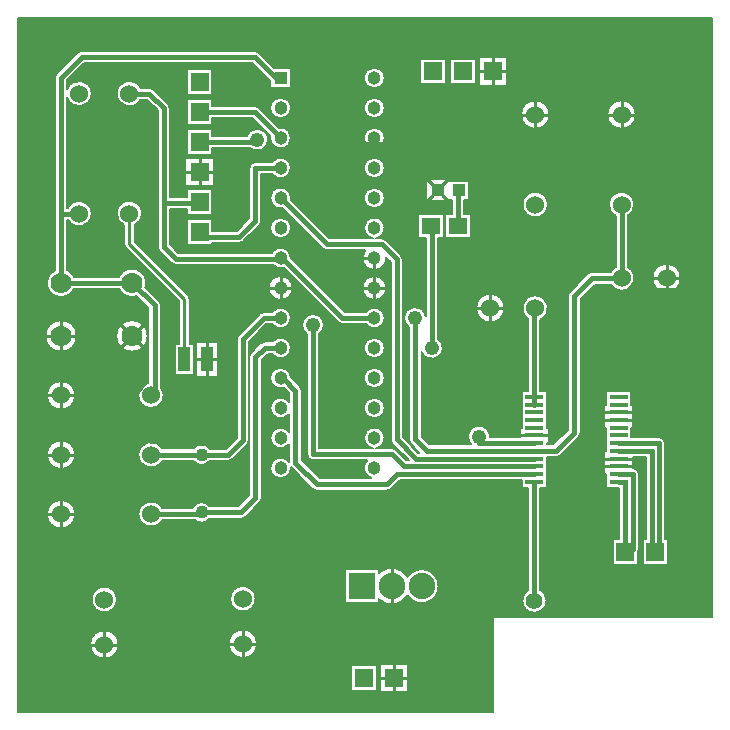
<source format=gbr>
G04 EasyPC Gerber Version 21.0.3 Build 4286 *
G04 #@! TF.Part,Single*
G04 #@! TF.FileFunction,Copper,L1,Top *
G04 #@! TF.FilePolarity,Positive *
%FSLAX35Y35*%
%MOIN*%
G04 #@! TA.AperFunction,ComponentPad*
%ADD74R,0.04000X0.08000*%
%ADD72R,0.04461X0.04461*%
%ADD17R,0.06000X0.06000*%
%ADD102R,0.08799X0.08799*%
G04 #@! TD.AperFunction*
%ADD11C,0.00500*%
%ADD12C,0.01000*%
%ADD78C,0.01500*%
G04 #@! TA.AperFunction,ComponentPad*
%ADD75C,0.04331*%
%ADD73C,0.04461*%
G04 #@! TA.AperFunction,ViaPad*
%ADD80C,0.04800*%
%ADD79C,0.05600*%
G04 #@! TA.AperFunction,WasherPad*
%ADD15C,0.06000*%
G04 #@! TA.AperFunction,ComponentPad*
%ADD76C,0.07000*%
%ADD103C,0.08799*%
G04 #@! TA.AperFunction,SMDPad*
%ADD77R,0.06004X0.01772*%
%ADD108R,0.04291X0.03937*%
%ADD109R,0.06000X0.05500*%
X0Y0D02*
D02*
D11*
X2750Y233951D02*
Y2750D01*
X161050*
Y34450*
X233951*
Y233951*
X2750*
X11800Y128050D02*
G75*
G02X22300I5250D01*
G01*
G75*
G02X11800I-5250*
G01*
X12300Y68650D02*
G75*
G02X21800I4750D01*
G01*
G75*
G02X12300I-4750*
G01*
Y88450D02*
G75*
G02X21800I4750D01*
G01*
G75*
G02X12300I-4750*
G01*
Y108250D02*
G75*
G02X21800I4750D01*
G01*
G75*
G02X12300I-4750*
G01*
X87949Y217530D02*
X93703D01*
Y210569*
X86742*
Y213080*
X80722Y219100*
X24778*
X19050Y213372*
Y210286*
G75*
G02X27300Y208850I4000J-1436*
G01*
G75*
G02X19050Y207414I-4250*
G01*
Y170850*
X19300*
G75*
G02X27300Y168850I3750J-2000*
G01*
G75*
G02X19300Y166850I-4250*
G01*
X19050*
Y150075*
G75*
G02X21358Y147767I-2000J-4308*
G01*
X36364*
G75*
G02X45196Y144318I4308J-2000*
G01*
X49769Y139782*
G75*
G02X50407Y138250I-1520J-1532*
G01*
Y110856*
G75*
G02X47050Y104000I-3357J-2606*
G01*
G75*
G02X46093Y112391J4250*
G01*
Y137351*
X42157Y141255*
G75*
G02X36364Y143767I-1485J4512*
G01*
X21358*
G75*
G02X12300Y145767I-4308J2000*
G01*
G75*
G02X15050Y150075I4750*
G01*
Y214200*
G75*
G02X15637Y215616I2000*
G01*
X22534Y222513*
G75*
G02X23950Y223100I1416J-1413*
G01*
X81550*
G75*
G02X82966Y222513J-2000*
G01*
X87949Y217530*
X86744Y204050D02*
G75*
G02X93704I3480D01*
G01*
G75*
G02X86744I-3480*
G01*
X59900Y125500D02*
X61400D01*
Y115000*
X54900*
Y125500*
X56400*
Y139625*
X38613Y157413*
G75*
G02X38100Y158650I1237J1237*
G01*
Y164977*
G75*
G02X35600Y168850I1750J3873*
G01*
G75*
G02X44100I4250*
G01*
G75*
G02X41600Y164977I-4250*
G01*
Y159375*
X59387Y141587*
G75*
G02X59900Y140350I-1237J-1237*
G01*
Y125500*
X118628Y136050D02*
G75*
G02X124956Y134050I2848J-2000D01*
G01*
G75*
G02X118628Y132050I-3480J0*
G01*
X110850*
G75*
G02X109434Y132637J2000*
G01*
X91324Y150748*
G75*
G02X87527Y151850I-1100J3302*
G01*
X55250*
G75*
G02X53836Y152436J2000*
G01*
X49837Y156434*
G75*
G02X49250Y157850I1413J1416*
G01*
Y203222*
X45622Y206850*
X43600*
G75*
G02X35600Y208850I-3750J2000*
G01*
G75*
G02X43600Y210850I4250*
G01*
X46450*
G75*
G02X47866Y210263J-2000*
G01*
X52663Y205466*
G75*
G02X53250Y204050I-1413J-1416*
G01*
Y174450*
X59000*
Y176900*
X67500*
Y168400*
X59000*
Y170450*
X53250*
Y158678*
X56078Y155850*
X87245*
G75*
G02X93704Y154050I2979J-1800*
G01*
G75*
G02Y154024I-3511J-13*
G01*
X111678Y136050*
X118628*
X87376Y186050D02*
G75*
G02X93704Y184050I2848J-2000D01*
G01*
G75*
G02X87376Y182050I-3480J0*
G01*
X83850*
Y166450*
G75*
G02X83263Y165034I-2000*
G01*
X77866Y159637*
G75*
G02X76450Y159050I-1416J1413*
G01*
X67500*
Y158400*
X59000*
Y166900*
X67500*
Y163050*
X75622*
X79850Y167278*
Y184050*
G75*
G02X81850Y186050I2000*
G01*
X87376*
X86744Y164050D02*
G75*
G02X93704I3480D01*
G01*
G75*
G02X86744I-3480*
G01*
X199624Y171850D02*
G75*
G02X208124I4250D01*
G01*
G75*
G02X205874Y168100I-4250*
G01*
Y151100*
G75*
G02X203874Y143100I-2000J-3750*
G01*
G75*
G02X200212Y145193J4250*
G01*
X195046*
X190231Y140359*
Y95850*
G75*
G02X189609Y94335I-2157J0*
G01*
X183611Y88248*
G75*
G02X182074Y87604I-1538J1513*
G01*
X179100*
Y77388*
X176850*
Y43372*
G75*
G02X178900Y39850I-2000J-3522*
G01*
G75*
G02X170800I-4050*
G01*
G75*
G02X172850Y43372I4050*
G01*
Y77388*
X170596*
Y79927*
X130013*
X127042Y77052*
G75*
G02X125539Y76443I-1502J1548*
G01*
X102361*
G75*
G02X100832Y77074I-4J2158*
G01*
X93701Y84206*
G75*
G02X93704Y84050I-3478J-157*
G01*
G75*
G02X86744I-3480*
G01*
G75*
G02X92966Y86193I3480*
G01*
Y91907*
G75*
G02X86744Y94050I-2742J2143*
G01*
G75*
G02X92966Y96193I3480*
G01*
Y101907*
G75*
G02X86744Y104050I-2742J2143*
G01*
G75*
G02X92966Y106193I3480*
G01*
Y108956*
X91210Y110712*
G75*
G02X86744Y114050I-986J3338*
G01*
G75*
G02X93693Y114332I3480*
G01*
X96649Y111376*
G75*
G02X97281Y109850I-1526J-1526*
G01*
G75*
G02Y109849I-683J0*
G01*
G75*
G02Y109846I-798J-1*
G01*
Y86728*
X103252Y80757*
X120348*
G75*
G02X119108Y86600I1128J3293*
G01*
X101049*
G75*
G02X99049Y88600J2000*
G01*
Y128597*
G75*
G02X97400Y131650I2001J3053*
G01*
G75*
G02X104700I3650*
G01*
G75*
G02X103049Y128596I-3650*
G01*
Y90600*
X121015*
G75*
G02X121476Y97530I461J3450*
G01*
G75*
G02X121937Y90600J-3480*
G01*
X127417*
G75*
G02X128833Y90013J-2000*
G01*
X132202Y86644*
X133002*
X127461Y92184*
G75*
G02X126874Y93600I1413J1416*
G01*
Y152772*
X125454Y154191*
G75*
G02X125456Y154050I-3976J-137*
G01*
G75*
G02X117496I-3980*
G01*
G75*
G02X118420Y156600I3980*
G01*
X105674*
G75*
G02X104258Y157187J2000*
G01*
X90824Y170622*
G75*
G02X90224Y170570I-599J3430*
G01*
G75*
G02Y177530J3480*
G01*
G75*
G02X93704Y174050J-3480*
G01*
G75*
G02X93652Y173450I-3481J-1*
G01*
X106502Y160600*
X121018*
G75*
G02X121476Y167530I458J3450*
G01*
G75*
G02X121934Y160600J-3480*
G01*
X123874*
G75*
G02X125289Y160013J-2000*
G01*
X130286Y155016*
G75*
G02X130874Y153600I-1413J-1416*
G01*
Y94428*
X136100Y89202*
X136404*
X133581Y92091*
G75*
G02X132966Y93600I1543J1509*
G01*
Y131043*
G75*
G02X131385Y134050I2069J3007*
G01*
G75*
G02X138650Y134555I3650*
G01*
Y160652*
X136100*
Y168652*
X144600*
Y160652*
X142650*
Y127103*
G75*
G02X144300Y124050I-2000J-3053*
G01*
G75*
G02X137281Y122645I-3650*
G01*
Y94479*
X139782Y91919*
X153744*
G75*
G02X152724Y94450I2630J2531*
G01*
G75*
G02X160024I3650*
G01*
G75*
G02X160021Y94320I-3651J2*
G01*
X170096*
Y97514*
X170596*
Y109809*
X172850*
Y133759*
G75*
G02X175124Y141600I2274J3591*
G01*
G75*
G02X176850Y133467J-4250*
G01*
Y109809*
X179100*
Y97514*
X179600*
Y92242*
X179100*
Y91919*
X181171*
X185916Y96734*
Y141250*
G75*
G02X186545Y142772I2157J0*
G01*
X192622Y148872*
G75*
G02X194152Y149507I1529J-1522*
G01*
X200212*
G75*
G02X201874Y151100I3662J-2158*
G01*
Y168100*
G75*
G02X199624Y171850I2000J3750*
G01*
X218374Y60348D02*
X219372D01*
Y51848*
X210872*
Y60348*
X211874*
Y87761*
X207648*
Y84085*
G75*
G02X209624Y82085I-24J-2000*
G01*
Y57076*
G75*
G02X209372Y56105I-2000*
G01*
Y51848*
X200872*
Y60348*
X203124*
Y77388*
X198644*
Y82006*
X198144*
Y89837*
X198644*
Y97360*
X198144*
Y105191*
X198644*
Y109809*
X207148*
Y105191*
X207648*
Y97360*
X207148*
Y94320*
X216374*
G75*
G02X218374Y92320J-2000*
G01*
Y60348*
X132545Y47778D02*
G75*
G02X142900Y44650I4705J-3128D01*
G01*
G75*
G02X132545Y41522I-5650*
G01*
G75*
G02X122900Y40304I-5295J3128*
G01*
Y39002*
X111600*
Y50301*
X122900*
Y48996*
G75*
G02X132545Y47778I4350J-4346*
G01*
X123301Y18801D02*
X132801D01*
Y9301*
X123301*
Y18801*
X113801Y18301D02*
X122301D01*
Y9801*
X113801*
Y18301*
X117496Y144050D02*
G75*
G02X125456I3980D01*
G01*
G75*
G02X117496I-3980*
G01*
X117996Y104050D02*
G75*
G02X124956I3480D01*
G01*
G75*
G02X117996I-3480*
G01*
Y114050D02*
G75*
G02X124956I3480D01*
G01*
G75*
G02X117996I-3480*
G01*
Y124050D02*
G75*
G02X124956I3480D01*
G01*
G75*
G02X117996I-3480*
G01*
X61900Y126000D02*
X69400D01*
Y114500*
X61900*
Y126000*
X86244Y144050D02*
G75*
G02X94204I3980D01*
G01*
G75*
G02X86244I-3980*
G01*
X58500Y187400D02*
X68000D01*
Y177900*
X58500*
Y187400*
X79003Y194650D02*
G75*
G02X86100Y193450I3447J-1200D01*
G01*
G75*
G02X80109Y190650I-3650*
G01*
X67500*
Y188400*
X59000*
Y196900*
X67500*
Y194650*
X79003*
X90224Y197530D02*
G75*
G02Y190570J-3480D01*
G01*
G75*
G02X86744Y194050J3480*
G01*
G75*
G02X86796Y194650I3481J1*
G01*
X80796Y200650*
X67500*
Y198400*
X59000*
Y206900*
X67500*
Y204650*
X81624*
G75*
G02X83040Y204063J-2000*
G01*
X89624Y197478*
G75*
G02X90224Y197530I599J-3430*
G01*
X59000Y216900D02*
X67500D01*
Y208400*
X59000*
Y216900*
X26724Y25200D02*
G75*
G02X36224I4750D01*
G01*
G75*
G02X26724I-4750*
G01*
X27224Y40200D02*
G75*
G02X35724I4250D01*
G01*
G75*
G02X27224I-4250*
G01*
X35422Y128050D02*
G75*
G02X45922I5250D01*
G01*
G75*
G02X35422I-5250*
G01*
X87493Y126207D02*
G75*
G02X93704Y124050I2731J-2157D01*
G01*
G75*
G02X87493Y121893I-3480J0*
G01*
X85920*
X84007Y119980*
Y74074*
G75*
G02X83376Y72549I-2157J0*
G01*
X78553Y67719*
G75*
G02X77025Y67086I-1527J1524*
G01*
X66521*
G75*
G02X61652Y66650I-2648J2157*
G01*
X50800*
G75*
G02X42800Y68650I-3750J2000*
G01*
G75*
G02X50800Y70650I4250*
G01*
X60761*
G75*
G02X66521Y71401I3112J-1406*
G01*
X76132*
X79693Y74967*
Y120874*
G75*
G02X80327Y122402I2157*
G01*
X83498Y125573*
G75*
G02X85026Y126207I1528J-1523*
G01*
X87493*
X72900Y25450D02*
G75*
G02X82400I4750D01*
G01*
G75*
G02X72900I-4750*
G01*
X73400Y40450D02*
G75*
G02X81900I4250D01*
G01*
G75*
G02X73400I-4250*
G01*
X87376Y136050D02*
G75*
G02X93704Y134050I2848J-2000D01*
G01*
G75*
G02X87376Y132050I-3480J0*
G01*
X85505*
X79650Y126195*
Y93256*
G75*
G02X79063Y91841I-2000*
G01*
X74266Y87044*
G75*
G02X72850Y86456I-1416J1413*
G01*
X66642*
G75*
G02X61231Y86293I-2769J2000*
G01*
X50712*
G75*
G02X42800Y88450I-3662J2157*
G01*
G75*
G02X50712Y90607I4250J0*
G01*
X61221*
G75*
G02X66642Y90456I2653J-2151*
G01*
X72022*
X75650Y94085*
Y127024*
G75*
G02X76237Y128439I2000*
G01*
X83261Y135463*
G75*
G02X84676Y136050I1416J-1413*
G01*
X87376*
X117996Y174050D02*
G75*
G02X124956I3480D01*
G01*
G75*
G02X117996I-3480*
G01*
Y184050D02*
G75*
G02X124956I3480D01*
G01*
G75*
G02X117996I-3480*
G01*
Y194050D02*
G75*
G02X124956I3480D01*
G01*
G75*
G02X117996I-3480*
G01*
Y204050D02*
G75*
G02X124956I3480D01*
G01*
G75*
G02X117996I-3480*
G01*
Y214050D02*
G75*
G02X124956I3480D01*
G01*
G75*
G02X117996I-3480*
G01*
X136801Y220500D02*
X145301D01*
Y212000*
X136801*
Y220500*
X151350Y168652D02*
X153600D01*
Y160652*
X145100*
Y168652*
X147350*
Y173431*
X146447*
Y172931*
X138656*
Y180368*
X146447*
Y179868*
X152947*
Y173431*
X151350*
Y168652*
X146801Y220500D02*
X155301D01*
Y212000*
X146801*
Y220500*
X155374Y137350D02*
G75*
G02X164874I4750D01*
G01*
G75*
G02X155374I-4750*
G01*
X156301Y221000D02*
X165801D01*
Y211500*
X156301*
Y221000*
X170374Y201850D02*
G75*
G02X179874I4750D01*
G01*
G75*
G02X170374I-4750*
G01*
X170874Y171850D02*
G75*
G02X179374I4250D01*
G01*
G75*
G02X170874I-4250*
G01*
X199124Y201850D02*
G75*
G02X208624I4750D01*
G01*
G75*
G02X199124I-4750*
G01*
X214124Y147350D02*
G75*
G02X223624I4750D01*
G01*
G75*
G02X214124I-4750*
G01*
X161050Y14051D02*
G36*
X132801D01*
Y9301*
X123301*
Y14051*
X122301*
Y9801*
X113801*
Y14051*
X3000*
Y3000*
X161050*
Y14051*
G37*
Y25200D02*
G36*
X82393D01*
G75*
G02X72907I-4743J250*
G01*
X36224*
G75*
G02X26724I-4750*
G01*
X3000*
Y14051*
X113801*
Y18301*
X122301*
Y14051*
X123301*
Y18801*
X132801*
Y14051*
X161050*
Y25200*
G37*
X233701Y34450D02*
G36*
Y40200D01*
X178885*
G75*
G02X178900Y39850I-4036J-352*
G01*
G75*
G02X170800I-4050*
G01*
G75*
G02X170815Y40200I4052J-2*
G01*
X140731*
G75*
G02X133769I-3481J4450*
G01*
X131494*
G75*
G02X123006I-4244J4450*
G01*
X122900*
Y39002*
X111600*
Y40200*
X81893*
G75*
G02X73407I-4243J250*
G01*
X35724*
G75*
G02X27224I-4250*
G01*
X3000*
Y25200*
X26724*
G75*
G02X36224I4750*
G01*
X72907*
G75*
G02X72900Y25450I4745J252*
G01*
G75*
G02X82400I4750*
G01*
G75*
G02X82393Y25200I-4752J2*
G01*
X161050*
Y34450*
X233701*
G37*
X73407Y40200D02*
G36*
G75*
G02X73400Y40450I4243J252D01*
G01*
G75*
G02X77000Y44650I4250*
G01*
X3000*
Y40200*
X27224*
G75*
G02X35724I4250*
G01*
X73407*
G37*
X111600Y44650D02*
G36*
X78300D01*
G75*
G02X81900Y40450I-650J-4200*
G01*
G75*
G02X81893Y40200I-4250J2*
G01*
X111600*
Y44650*
G37*
X123006Y40200D02*
G36*
G75*
G02X122900Y40304I4246J4448D01*
G01*
Y40200*
X123006*
G37*
X133769D02*
G36*
G75*
G02X132545Y41522I3481J4451D01*
G01*
G75*
G02X131494Y40200I-5295J3127*
G01*
X133769*
G37*
X170815D02*
G36*
G75*
G02X172850Y43372I4036J-350D01*
G01*
Y44650*
X142900*
G75*
G02X140731Y40200I-5650*
G01*
X170815*
G37*
X178885D02*
G36*
X233701D01*
Y44650*
X176850*
Y43372*
G75*
G02X178885Y40200I-2001J-3522*
G01*
G37*
X172850Y68650D02*
G36*
X79482D01*
X78553Y67719*
G75*
G02X77025Y67086I-1528J1527*
G01*
X66521*
G75*
G02X61652Y66650I-2648J2158*
G01*
X50800*
G75*
G02X42800Y68650I-3750J2000*
G01*
X21800*
G75*
G02X12300I-4750*
G01*
X3000*
Y44650*
X77000*
G75*
G02X78300I650J-4200*
G01*
X111600*
Y50301*
X122900*
Y48996*
G75*
G02X132545Y47778I4350J-4346*
G01*
G75*
G02X142900Y44650I4705J-3128*
G01*
X172850*
Y68650*
G37*
X218374D02*
G36*
Y60348D01*
X219372*
Y51848*
X210872*
Y60348*
X211874*
Y68650*
X209624*
Y57076*
G75*
G02X209372Y56105I-2004J1*
G01*
Y51848*
X200872*
Y60348*
X203124*
Y68650*
X176850*
Y44650*
X233701*
Y68650*
X218374*
G37*
X79693Y88450D02*
G36*
X75672D01*
X74266Y87044*
G75*
G02X72850Y86456I-1416J1413*
G01*
X66642*
G75*
G02X61231Y86293I-2769J2000*
G01*
X50712*
G75*
G02X42800Y88450I-3662J2157*
G01*
X21800*
G75*
G02X12300I-4750*
G01*
X3000*
Y68650*
X12300*
G75*
G02X21800I4750*
G01*
X42800*
G75*
G02X50800Y70650I4250*
G01*
X60761*
G75*
G02X66521Y71401I3112J-1406*
G01*
X76132*
X79693Y74967*
Y88450*
G37*
X172850Y68650D02*
G36*
Y77388D01*
X170596*
Y79927*
X130013*
X127042Y77052*
G75*
G02X125539Y76443I-1502J1546*
G01*
X102361*
G75*
G02X100832Y77074I-4J2156*
G01*
X93701Y84206*
G75*
G02X93704Y84058I-3085J-148*
G01*
G75*
G02Y84050I-3133J-4*
G01*
G75*
G02X86744I-3480*
G01*
G75*
G02X92966Y86193I3480*
G01*
Y88450*
X84007*
Y74074*
G75*
G02X83376Y72549I-2159J1*
G01*
X79482Y68650*
X172850*
G37*
X99055Y88450D02*
G36*
X97281D01*
Y86728*
X103252Y80757*
X120348*
G75*
G02X117996Y84050I1128J3293*
G01*
G75*
G02X119108Y86600I3481*
G01*
X101049*
G75*
G02X99055Y88450J2000*
G01*
G37*
X131195D02*
G36*
X130396D01*
X132202Y86644*
X133002*
X131195Y88450*
G37*
X198144D02*
G36*
X183810D01*
X183611Y88248*
G75*
G02X182074Y87604I-1538J1513*
G01*
X179100*
Y77388*
X176850*
Y68650*
X203124*
Y77388*
X198644*
Y82006*
X198144*
Y88450*
G37*
X211874Y68650D02*
G36*
Y87761D01*
X207648*
Y84085*
G75*
G02X209624Y82085I-24J-2000*
G01*
Y68650*
X211874*
G37*
X218374Y88450D02*
G36*
Y68650D01*
X233701*
Y88450*
X218374*
G37*
X75650Y104050D02*
G36*
X47700D01*
G75*
G02X47050Y104000I-650J4200*
G01*
G75*
G02X46400Y104050J4251*
G01*
X19269*
G75*
G02X14831I-2219J4200*
G01*
X3000*
Y88450*
X12300*
G75*
G02X21800I4750*
G01*
X42800*
G75*
G02X50712Y90607I4250J0*
G01*
X61221*
G75*
G02X66642Y90456I2653J-2151*
G01*
X72022*
X75650Y94085*
Y104050*
G37*
X79693D02*
G36*
X79650D01*
Y93256*
G75*
G02X79063Y91841I-2000*
G01*
X75672Y88450*
X79693*
Y104050*
G37*
X86744D02*
G36*
X84007D01*
Y88450*
X92966*
Y91907*
G75*
G02X86744Y94050I-2742J2143*
G01*
G75*
G02X92966Y96193I3480*
G01*
Y101907*
G75*
G02X86744Y104050I-2742J2143*
G01*
G37*
X99055Y88450D02*
G36*
G75*
G02X99049Y88600I1994J148D01*
G01*
Y104050*
X97281*
Y88450*
X99055*
G37*
X131195D02*
G36*
X127461Y92184D01*
G75*
G02X126874Y93600I1413J1416*
G01*
Y104050*
X124956*
G75*
G02X117996I-3480*
G01*
X103049*
Y90600*
X121015*
G75*
G02X117995Y94050I461J3450*
G01*
G75*
G02X121476Y97530I3481*
G01*
G75*
G02X124956Y94050J-3480*
G01*
G75*
G02X121937Y90600I-3480*
G01*
X127417*
G75*
G02X128833Y90013J-2000*
G01*
X130396Y88450*
X131195*
G37*
X132966Y104050D02*
G36*
X130874D01*
Y94428*
X136100Y89202*
X136404*
X133581Y92091*
G75*
G02X132966Y93600I1543J1509*
G01*
Y104050*
G37*
X170596D02*
G36*
X137281D01*
Y94479*
X139782Y91919*
X153744*
G75*
G02X152724Y94450I2629J2531*
G01*
Y94450*
G75*
G02X160024I3650*
G01*
G75*
G02X160021Y94320I-5379J33*
G01*
X170096*
Y97514*
X170596*
Y104050*
G37*
X185916D02*
G36*
X179100D01*
Y97514*
X179600*
Y92242*
X179100*
Y91919*
X181171*
X185916Y96734*
Y104050*
G37*
X198144Y88450D02*
G36*
Y89837D01*
X198644*
Y97360*
X198144*
Y104050*
X190231*
Y95850*
Y95850*
G75*
G02X189609Y94335I-2156*
G01*
X183810Y88450*
X198144*
G37*
X218374D02*
G36*
X233701D01*
Y104050*
X207648*
Y97360*
X207148*
Y94320*
X216374*
G75*
G02X218374Y92320J-2000*
G01*
Y88450*
G37*
X12300Y108250D02*
G36*
X3000D01*
Y104050*
X14831*
G75*
G02X12300Y108250I2219J4200*
G01*
G37*
X42800D02*
G36*
X21800D01*
G75*
G02X19269Y104050I-4750*
G01*
X46400*
G75*
G02X42800Y108250I650J4200*
G01*
G37*
X75650D02*
G36*
X51300D01*
G75*
G02X47700Y104050I-4250*
G01*
X75650*
Y108250*
G37*
X79693D02*
G36*
X79650D01*
Y104050*
X79693*
Y108250*
G37*
X92966D02*
G36*
X84007D01*
Y104050*
X86744*
G75*
G02X92966Y106193I3480*
G01*
Y108250*
G37*
X126874D02*
G36*
X103049D01*
Y104050*
X117996*
G75*
G02X124956I3480*
G01*
X126874*
Y108250*
G37*
X99049D02*
G36*
X97281D01*
Y104050*
X99049*
Y108250*
G37*
X132966D02*
G36*
X130874D01*
Y104050*
X132966*
Y108250*
G37*
X170596D02*
G36*
X137281D01*
Y104050*
X170596*
Y108250*
G37*
X185916D02*
G36*
X179100D01*
Y104050*
X185916*
Y108250*
G37*
X198144Y104050D02*
G36*
Y105191D01*
X198644*
Y108250*
X190231*
Y104050*
X198144*
G37*
X207648D02*
G36*
X233701D01*
Y108250*
X207148*
Y105191*
X207648*
Y104050*
G37*
X42800Y108250D02*
G36*
G75*
G02X46093Y112391I4250J0D01*
G01*
Y114050*
X3000*
Y108250*
X12300*
G75*
G02X21800I4750*
G01*
X42800*
G37*
X75650Y114050D02*
G36*
X50407D01*
Y110856*
G75*
G02X51300Y108250I-3358J-2605*
G01*
X75650*
Y114050*
G37*
X79693D02*
G36*
X79650D01*
Y108250*
X79693*
Y114050*
G37*
X92966Y108250D02*
G36*
Y108956D01*
X91210Y110712*
G75*
G02X86744Y114050I-987J3337*
G01*
Y114050*
X84007*
Y108250*
X92966*
G37*
X126874Y114050D02*
G36*
X124956D01*
G75*
G02X117996I-3480*
G01*
X103049*
Y108250*
X126874*
Y114050*
G37*
X99049D02*
G36*
X93975D01*
X96649Y111376*
G75*
G02X97281Y109850I-1526J-1526*
G01*
Y109849*
Y109846*
Y108250*
X99049*
Y114050*
G37*
X132966D02*
G36*
X130874D01*
Y108250*
X132966*
Y114050*
G37*
X170596Y108250D02*
G36*
Y109809D01*
X172850*
Y114050*
X137281*
Y108250*
X170596*
G37*
X185916Y114050D02*
G36*
X176850D01*
Y109809*
X179100*
Y108250*
X185916*
Y114050*
G37*
X207148Y108250D02*
G36*
X233701D01*
Y114050*
X190231*
Y108250*
X198644*
Y109809*
X207148*
Y108250*
G37*
X46093Y124050D02*
G36*
X44072D01*
G75*
G02X37272I-3400J4000*
G01*
X20450*
G75*
G02X13650I-3400J4000*
G01*
X3000*
Y114050*
X46093*
Y124050*
G37*
X75650D02*
G36*
X69400D01*
Y114500*
X61900*
Y124050*
X61400*
Y115000*
X54900*
Y124050*
X50407*
Y114050*
X75650*
Y124050*
G37*
X81975D02*
G36*
X79650D01*
Y114050*
X79693*
Y120874*
G75*
G02X80327Y122402I2159J0*
G01*
X81975Y124050*
G37*
X99049D02*
G36*
X93704D01*
G75*
G02X87493Y121893I-3481J0*
G01*
X85920*
X84007Y119980*
Y114050*
X86744*
G75*
G02X93693Y114332I3480*
G01*
X93975Y114050*
X99049*
Y124050*
G37*
X126874D02*
G36*
X124956D01*
G75*
G02X117996I-3480*
G01*
X103049*
Y114050*
X117996*
G75*
G02X124956I3480*
G01*
X126874*
Y124050*
G37*
X132966D02*
G36*
X130874D01*
Y114050*
X132966*
Y124050*
G37*
X172850D02*
G36*
X144300D01*
G75*
G02X137281Y122645I-3650*
G01*
Y114050*
X172850*
Y124050*
G37*
X185916D02*
G36*
X176850D01*
Y114050*
X185916*
Y124050*
G37*
X190231D02*
G36*
Y114050D01*
X233701*
Y124050*
X190231*
G37*
X11800Y128050D02*
G36*
X3000D01*
Y124050*
X13650*
G75*
G02X11800Y128050I3400J4000*
G01*
G37*
X35422D02*
G36*
X22300D01*
G75*
G02X20450Y124050I-5250*
G01*
X37272*
G75*
G02X35422Y128050I3400J4000*
G01*
G37*
X46093D02*
G36*
X45922D01*
G75*
G02X44072Y124050I-5250*
G01*
X46093*
Y128050*
G37*
X54900Y124050D02*
G36*
Y125500D01*
X56400*
Y128050*
X50407*
Y124050*
X54900*
G37*
X75933Y128050D02*
G36*
X59900D01*
Y125500*
X61400*
Y124050*
X61900*
Y126000*
X69400*
Y124050*
X75650*
Y127024*
G75*
G02X75933Y128050I2000*
G01*
G37*
X99049D02*
G36*
X81505D01*
X79650Y126195*
Y124050*
X81975*
X83498Y125573*
G75*
G02X85026Y126207I1528J-1524*
G01*
X87493*
G75*
G02X93704Y124050I2731J-2157*
G01*
X99049*
Y128050*
G37*
X126874D02*
G36*
X103049D01*
Y124050*
X117996*
G75*
G02X124956I3480*
G01*
X126874*
Y128050*
G37*
X132966Y124050D02*
G36*
Y128050D01*
X130874*
Y124050*
X132966*
G37*
X172850Y128050D02*
G36*
X142650D01*
Y127103*
G75*
G02X144300Y124050I-2000J-3053*
G01*
X172850*
Y128050*
G37*
X185916D02*
G36*
X176850D01*
Y124050*
X185916*
Y128050*
G37*
X190231D02*
G36*
Y124050D01*
X233701*
Y128050*
X190231*
G37*
X46093Y137350D02*
G36*
X3000D01*
Y128050*
X11800*
G75*
G02X22300I5250*
G01*
X35422*
G75*
G02X45922I5250*
G01*
X46093*
Y137350*
G37*
X56400D02*
G36*
X50407D01*
Y128050*
X56400*
Y137350*
G37*
X89118D02*
G36*
X59900D01*
Y128050*
X75933*
G75*
G02X76237Y128439I1717J-1027*
G01*
X83261Y135463*
G75*
G02X84676Y136050I1416J-1413*
G01*
X87376*
G75*
G02X89118Y137350I2848J-2000*
G01*
G37*
X126874D02*
G36*
X122581D01*
G75*
G02X124956Y134050I-1106J-3300*
G01*
G75*
G02X118628Y132050I-3480J0*
G01*
X110850*
G75*
G02X109434Y132637J2000*
G01*
X104722Y137350*
X91330*
G75*
G02X93704Y134050I-1106J-3300*
G01*
G75*
G02X87376Y132050I-3480J0*
G01*
X85505*
X81505Y128050*
X99049*
Y128597*
G75*
G02X97400Y131650I2000J3052*
G01*
Y131650*
G75*
G02X104700I3650*
G01*
Y131650*
G75*
G02X103049Y128596I-3649*
G01*
Y128050*
X126874*
Y137350*
G37*
X120370D02*
G36*
X110378D01*
X111678Y136050*
X118628*
G75*
G02X120370Y137350I2848J-2000*
G01*
G37*
X132966Y128050D02*
G36*
Y131043D01*
G75*
G02X131385Y134050I2068J3007*
G01*
Y134050*
G75*
G02X133475Y137350I3650*
G01*
X130874*
Y128050*
X132966*
G37*
X138650Y137350D02*
G36*
X136595D01*
G75*
G02X138650Y134555I-1560J-3300*
G01*
Y137350*
G37*
X170874D02*
G36*
X164874D01*
G75*
G02X155374I-4750*
G01*
X142650*
Y128050*
X172850*
Y133759*
G75*
G02X170874Y137350I2274J3591*
G01*
G37*
X185916D02*
G36*
X179374D01*
G75*
G02X176850Y133467I-4250*
G01*
Y128050*
X185916*
Y137350*
G37*
X190231D02*
G36*
Y128050D01*
X233701*
Y137350*
X190231*
G37*
X46093D02*
G36*
Y137351D01*
X42157Y141255*
G75*
G02X36364Y143767I-1485J4512*
G01*
X21358*
G75*
G02X12621Y144050I-4308J2000*
G01*
X3000*
Y137350*
X46093*
G37*
X56400D02*
G36*
Y139625D01*
X51975Y144050*
X45466*
X49769Y139782*
G75*
G02X50407Y138251I-1517J-1531*
G01*
G75*
G02Y138250I-2256J0*
G01*
Y137350*
X56400*
G37*
X104722D02*
G36*
X98022Y144050D01*
X94204*
G75*
G02X86244I-3980*
G01*
X56925*
X59387Y141587*
G75*
G02X59900Y140351I-1235J-1237*
G01*
G75*
G02Y140350I-2051J0*
G01*
Y137350*
X89118*
G75*
G02X91330I1106J-3300*
G01*
X104722*
G37*
X126874Y144050D02*
G36*
X125456D01*
G75*
G02X117496I-3980*
G01*
X103678*
X110378Y137350*
X120370*
G75*
G02X122581I1106J-3300*
G01*
X126874*
Y144050*
G37*
X138650D02*
G36*
X130874D01*
Y137350*
X133475*
G75*
G02X136595I1560J-3300*
G01*
X138650*
Y144050*
G37*
X187818D02*
G36*
X142650D01*
Y137350*
X155374*
G75*
G02X164874I4750*
G01*
X170874*
G75*
G02X175124Y141600I4250*
G01*
G75*
G02X179374Y137350J-4250*
G01*
X185916*
Y141250*
Y141250*
G75*
G02X186545Y142772I2156*
G01*
X187818Y144050*
G37*
X222290D02*
G36*
G75*
G02X215457I-3417J3300D01*
G01*
X206552*
G75*
G02X203874Y143100I-2678J3300*
G01*
G75*
G02X201195Y144050I0J4250*
G01*
X193908*
X190231Y140359*
Y137350*
X233701*
Y144050*
X222290*
G37*
X12621D02*
G36*
G75*
G02X12300Y145767I4429J1716D01*
G01*
G75*
G02X15050Y150075I4750*
G01*
Y164050*
X3000*
Y144050*
X12621*
G37*
X51975D02*
G36*
X38613Y157413D01*
G75*
G02X38100Y158649I1235J1237*
G01*
G75*
G02Y158650I2051J0*
G01*
Y164050*
X19050*
Y150075*
G75*
G02X21358Y147767I-2000J-4308*
G01*
X36364*
G75*
G02X45422Y145767I4308J-2000*
G01*
G75*
G02X45196Y144318I-4751J0*
G01*
X45466Y144050*
X51975*
G37*
X98022D02*
G36*
X91324Y150748D01*
G75*
G02X87527Y151850I-1100J3301*
G01*
X55250*
G75*
G02X53836Y152436I0J2001*
G01*
X49837Y156434*
G75*
G02X49250Y157850I1413J1416*
G01*
Y164050*
X41600*
Y159375*
X56925Y144050*
X86244*
G75*
G02X94204I3980*
G01*
X98022*
G37*
X76622Y164050D02*
G36*
X67500D01*
Y163050*
X75622*
X76622Y164050*
G37*
X126874Y144050D02*
G36*
Y152772D01*
X125454Y154191*
G75*
G02X125456Y154068I-3162J-122*
G01*
G75*
G02Y154050I-3133J-9*
G01*
G75*
G02X117496I-3980*
G01*
G75*
G02X118420Y156600I3981*
G01*
X105674*
G75*
G02X104258Y157187J2000*
G01*
X97396Y164050*
X93704*
G75*
G02X86744I-3480*
G01*
X82278*
X77866Y159637*
G75*
G02X76450Y159050I-1416J1413*
G01*
X67500*
Y158400*
X59000*
Y164050*
X53250*
Y158678*
X56078Y155850*
X87245*
G75*
G02X93704Y154050I2979J-1800*
G01*
Y154050*
Y154024*
X103678Y144050*
X117496*
G75*
G02X125456I3980*
G01*
X126874*
G37*
X117996Y164050D02*
G36*
X103052D01*
X106502Y160600*
X121018*
G75*
G02X117996Y164050I458J3450*
G01*
G37*
X136100D02*
G36*
X124956D01*
G75*
G02X121934Y160600I-3480*
G01*
X123874*
G75*
G02X125289Y160013J-2000*
G01*
X130286Y155016*
G75*
G02X130874Y153600I-1413J-1416*
G01*
Y144050*
X138650*
Y160652*
X136100*
Y164050*
G37*
X201874D02*
G36*
X153600D01*
Y160652*
X145100*
Y164050*
X144600*
Y160652*
X142650*
Y144050*
X187818*
X192622Y148872*
G75*
G02X194152Y149507I1528J-1521*
G01*
X200212*
G75*
G02X201874Y151100I3658J-2154*
G01*
Y164050*
G37*
X201195Y144050D02*
G36*
G75*
G02X200212Y145193I2678J3300D01*
G01*
X195046*
X193908Y144050*
X201195*
G37*
X206552D02*
G36*
X215457D01*
G75*
G02X214124Y147350I3417J3300*
G01*
G75*
G02X223624I4750*
G01*
G75*
G02X222290Y144050I-4750*
G01*
X233701*
Y164050*
X205874*
Y151100*
G75*
G02X208124Y147350I-2000J-3750*
G01*
G75*
G02X206552Y144050I-4250*
G01*
G37*
X15050Y172965D02*
G36*
X3000D01*
Y164050*
X15050*
Y172965*
G37*
X38100Y164050D02*
G36*
Y164977D01*
G75*
G02X35600Y168850I1749J3872*
G01*
Y168850*
G75*
G02X38787Y172965I4250*
G01*
X24113*
G75*
G02X27300Y168850I-1063J-4115*
G01*
G75*
G02X19300Y166850I-4250*
G01*
X19050*
Y164050*
X38100*
G37*
X21987Y172965D02*
G36*
X19050D01*
Y170850*
X19300*
G75*
G02X21987Y172965I3750J-2000*
G01*
G37*
X49250D02*
G36*
X40913D01*
G75*
G02X44100Y168850I-1063J-4115*
G01*
Y168850*
G75*
G02X41600Y164977I-4249*
G01*
Y164050*
X49250*
Y172965*
G37*
X79850D02*
G36*
X67500D01*
Y168400*
X59000*
Y170450*
X53250*
Y164050*
X59000*
Y166900*
X67500*
Y164050*
X76622*
X79850Y167278*
Y172965*
G37*
X97396Y164050D02*
G36*
X90824Y170622D01*
G75*
G02X90224Y170570I-599J3430*
G01*
G75*
G02X86917Y172965J3480*
G01*
X83850*
Y166450*
G75*
G02X83263Y165034I-2000*
G01*
X82278Y164050*
X86744*
G75*
G02X93704I3480*
G01*
X97396*
G37*
X145100D02*
G36*
Y168652D01*
X147350*
Y172965*
X146447*
Y172931*
X138656*
Y172965*
X124783*
G75*
G02X118169I-3307J1085*
G01*
X94137*
X103052Y164050*
X117996*
G75*
G02X121476Y167530I3480*
G01*
G75*
G02X124956Y164050J-3480*
G01*
X136100*
Y168652*
X144600*
Y164050*
X145100*
G37*
X199772Y172965D02*
G36*
X179225D01*
G75*
G02X179374Y171850I-4101J-1115*
G01*
G75*
G02X170874I-4250*
G01*
G75*
G02X171022Y172965I4250*
G01*
X151350*
Y168652*
X153600*
Y164050*
X201874*
Y168100*
G75*
G02X199624Y171850I1999J3750*
G01*
Y171850*
G75*
G02X199772Y172965I4250*
G01*
G37*
X207975D02*
G36*
G75*
G02X208124Y171850I-4101J-1115D01*
G01*
Y171850*
G75*
G02X205874Y168100I-4249*
G01*
Y164050*
X233701*
Y172965*
X207975*
G37*
X15050Y182650D02*
G36*
X3000D01*
Y172965*
X15050*
Y182650*
G37*
X49250Y172965D02*
G36*
Y182650D01*
X19050*
Y172965*
X21987*
G75*
G02X24113I1063J-4115*
G01*
X38787*
G75*
G02X40913I1063J-4116*
G01*
X49250*
G37*
X79850Y182650D02*
G36*
X68000D01*
Y177900*
X58500*
Y182650*
X53250*
Y174450*
X59000*
Y176900*
X67500*
Y172965*
X79850*
Y182650*
G37*
X207975Y172965D02*
G36*
X233701D01*
Y182650*
X124662*
G75*
G02X118290I-3186J1400*
G01*
X93410*
G75*
G02X87376Y182050I-3186J1401*
G01*
X83850*
Y172965*
X86917*
G75*
G02X86744Y174050I3307J1085*
G01*
G75*
G02X90224Y177530I3480*
G01*
G75*
G02X93704Y174050J-3480*
G01*
Y174050*
G75*
G02Y174049I-4101J0*
G01*
G75*
G02X93652Y173450I-3481*
G01*
X94137Y172965*
X118169*
G75*
G02X117996Y174050I3307J1085*
G01*
G75*
G02X124956I3480*
G01*
G75*
G02X124783Y172965I-3480J0*
G01*
X138656*
Y180368*
X146447*
Y179868*
X152947*
Y173431*
X151350*
Y172965*
X171022*
G75*
G02X179225I4101J-1115*
G01*
X199772*
G75*
G02X207975I4101J-1115*
G01*
G37*
X147350D02*
G36*
Y173431D01*
X146447*
Y172965*
X147350*
G37*
X15050Y192750D02*
G36*
X3000D01*
Y182650*
X15050*
Y192750*
G37*
X49250D02*
G36*
X19050D01*
Y182650*
X49250*
Y192750*
G37*
X124704D02*
G36*
G75*
G02X118248I-3228J1300D01*
G01*
X93452*
G75*
G02X90224Y190570I-3228J1300*
G01*
G75*
G02X86996Y192750I0J3480*
G01*
X86032*
G75*
G02X80109Y190650I-3582J700*
G01*
X67500*
Y188400*
X59000*
Y192750*
X53250*
Y182650*
X58500*
Y187400*
X68000*
Y182650*
X79850*
Y184050*
G75*
G02X81850Y186050I2000*
G01*
X87376*
G75*
G02X93704Y184050I2848J-2000*
G01*
G75*
G02X93410Y182650I-3480*
G01*
X118290*
G75*
G02X117996Y184050I3186J1400*
G01*
G75*
G02X124956I3480*
G01*
G75*
G02X124662Y182650I-3480*
G01*
X233701*
Y192750*
X124704*
G37*
X15050Y204050D02*
G36*
X3000D01*
Y192750*
X15050*
Y204050*
G37*
X48422D02*
G36*
X19050D01*
Y192750*
X49250*
Y203222*
X48422Y204050*
G37*
X86996Y192750D02*
G36*
G75*
G02X86744Y194050I3228J1300D01*
G01*
Y194050*
G75*
G02Y194051I4101J0*
G01*
G75*
G02X86796Y194650I3481*
G01*
X80796Y200650*
X67500*
Y198400*
X59000*
Y204050*
X53250*
Y192750*
X59000*
Y196900*
X67500*
Y194650*
X79003*
G75*
G02X86100Y193450I3447J-1200*
G01*
G75*
G02X86032Y192750I-3650J0*
G01*
X86996*
G37*
X93452D02*
G36*
X118248D01*
G75*
G02X117996Y194050I3228J1300*
G01*
G75*
G02X124956I3480*
G01*
G75*
G02X124704Y192750I-3480J0*
G01*
X233701*
Y204050*
X208083*
G75*
G02X208624Y201850I-4210J-2200*
G01*
G75*
G02X199124I-4750*
G01*
G75*
G02X199664Y204050I4750*
G01*
X179333*
G75*
G02X179874Y201850I-4210J-2200*
G01*
G75*
G02X170374I-4750*
G01*
G75*
G02X170914Y204050I4750*
G01*
X124956*
G75*
G02X117996I-3480*
G01*
X93704*
G75*
G02X86744I-3480*
G01*
X83052*
X89624Y197478*
G75*
G02X90224Y197530I599J-3430*
G01*
G75*
G02X93704Y194050J-3480*
G01*
G75*
G02X93452Y192750I-3480J0*
G01*
G37*
X15050Y212650D02*
G36*
X3000D01*
Y204050*
X15050*
Y212650*
G37*
X48422Y204050D02*
G36*
X45622Y206850D01*
X43600*
G75*
G02X35600Y208850I-3750J2000*
G01*
G75*
G02X37946Y212650I4250*
G01*
X24954*
G75*
G02X27300Y208850I-1904J-3800*
G01*
G75*
G02X19050Y207414I-4250*
G01*
Y204050*
X48422*
G37*
X21146Y212650D02*
G36*
X19050D01*
Y210286*
G75*
G02X21146Y212650I4000J-1437*
G01*
G37*
X165801D02*
G36*
Y211500D01*
X156301*
Y212650*
X155301*
Y212000*
X146801*
Y212650*
X145301*
Y212000*
X136801*
Y212650*
X124662*
G75*
G02X118290I-3186J1400*
G01*
X93703*
Y210569*
X86742*
Y212650*
X67500*
Y208400*
X59000*
Y212650*
X41754*
G75*
G02X43600Y210850I-1904J-3799*
G01*
X46450*
G75*
G02X47866Y210263J-2000*
G01*
X52663Y205466*
G75*
G02X53250Y204050I-1413J-1416*
G01*
X59000*
Y206900*
X67500*
Y204650*
X81624*
G75*
G02X83040Y204063J-2000*
G01*
X83052Y204050*
X86744*
G75*
G02X93704I3480*
G01*
X117996*
G75*
G02X124956I3480*
G01*
X170914*
G75*
G02X179333I4210J-2200*
G01*
X199664*
G75*
G02X208083I4210J-2200*
G01*
X233701*
Y212650*
X165801*
G37*
X93703D02*
G36*
X118290D01*
G75*
G02X117996Y214050I3186J1400*
G01*
G75*
G02X124956I3480*
G01*
G75*
G02X124662Y212650I-3480*
G01*
X136801*
Y220500*
X145301*
Y212650*
X146801*
Y220500*
X155301*
Y212650*
X156301*
Y221000*
X165801*
Y212650*
X233701*
Y233701*
X3000*
Y212650*
X15050*
Y214200*
G75*
G02X15637Y215616I2000*
G01*
X22534Y222513*
G75*
G02X23950Y223100I1416J-1413*
G01*
X81550*
G75*
G02X82966Y222513J-2000*
G01*
X87949Y217530*
X93703*
Y212650*
G37*
X86742D02*
G36*
Y213080D01*
X80722Y219100*
X24778*
X19050Y213372*
Y212650*
X21146*
G75*
G02X24954I1904J-3800*
G01*
X37946*
G75*
G02X41754I1904J-3800*
G01*
X59000*
Y216900*
X67500*
Y212650*
X86742*
G37*
D02*
D12*
X14050Y128050D02*
X11550D01*
X14550Y68650D02*
X12050D01*
X14550Y88450D02*
X12050D01*
X14550Y108250D02*
X12050D01*
X17050Y66150D02*
Y63650D01*
Y71150D02*
Y73650D01*
Y85950D02*
Y83450D01*
Y90950D02*
Y93450D01*
Y105750D02*
Y103250D01*
Y110750D02*
Y113250D01*
Y125050D02*
Y122550D01*
Y131050D02*
Y133550D01*
X19550Y68650D02*
X22050D01*
X19550Y88450D02*
X22050D01*
X19550Y108250D02*
X22050D01*
X20050Y128050D02*
X22550D01*
X28974Y25200D02*
X26474D01*
X31474Y22700D02*
Y20200D01*
Y27700D02*
Y30200D01*
X33974Y25200D02*
X36474D01*
X38551Y125929D02*
X36783Y124161D01*
X38551Y130171D02*
X36783Y131939D01*
X42793Y125929D02*
X44561Y124161D01*
X42793Y130171D02*
X44561Y131939D01*
X58150Y120250D02*
Y140350D01*
X39850Y158650*
Y168850*
X60750Y182650D02*
X58250D01*
X63250Y180150D02*
Y177652D01*
Y185150D02*
Y187652D01*
X64150Y120250D02*
X61652D01*
X65650Y116750D02*
Y114250D01*
Y123750D02*
Y126250D01*
X65750Y182650D02*
X68250D01*
X67150Y120250D02*
X69652D01*
X75150Y25450D02*
X72650D01*
X77650Y22950D02*
Y20450D01*
Y27950D02*
Y30450D01*
X80150Y25450D02*
X82650D01*
X88494Y144050D02*
X85994D01*
X90224Y142320D02*
Y139820D01*
Y145780D02*
Y148280D01*
X91954Y144050D02*
X94454D01*
X119746D02*
X117246D01*
X119746Y154050D02*
X117246D01*
X121476Y142320D02*
Y139820D01*
Y145780D02*
Y148280D01*
Y152320D02*
Y149820D01*
X123206Y144050D02*
X125706D01*
X125550Y14050D02*
X123049D01*
X127250Y40750D02*
Y38250D01*
Y48550D02*
Y51050D01*
X128050Y11550D02*
Y9049D01*
Y16550D02*
Y19049D01*
X130550Y14050D02*
X133049D01*
X140935Y175035D02*
X138583Y172683D01*
X140935Y178265D02*
X138580Y180620D01*
X144165Y175035D02*
X146517Y172683D01*
X144165Y178265D02*
X146520Y180620D01*
X157624Y137350D02*
X155124D01*
X158550Y216250D02*
X156049D01*
X160124Y134850D02*
Y132350D01*
Y139850D02*
Y142350D01*
X161050Y213750D02*
Y211250D01*
Y218750D02*
Y221250D01*
X162624Y137350D02*
X165124D01*
X163550Y216250D02*
X166049D01*
X172348Y94880D02*
X169848D01*
X172624Y201850D02*
X170124D01*
X175124Y199350D02*
Y196850D01*
Y204350D02*
Y206850D01*
X177352Y94880D02*
X179852D01*
X177624Y201850D02*
X180124D01*
X200395Y84643D02*
X197896D01*
X200395Y87202D02*
X197896D01*
X200395Y99998D02*
X197896D01*
X200395Y102557D02*
X197896D01*
X201374Y201850D02*
X198874D01*
X203874Y199350D02*
Y196850D01*
Y204350D02*
Y206850D01*
X205399Y84643D02*
X207900D01*
X205399Y87202D02*
X207900D01*
X205399Y99998D02*
X207900D01*
X205399Y102557D02*
X207900D01*
X206374Y201850D02*
X208874D01*
X216374Y147350D02*
X213874D01*
X218874Y144850D02*
Y142350D01*
Y149850D02*
Y152350D01*
X221374Y147350D02*
X223874D01*
D02*
D15*
X17050Y68650D03*
Y88450D03*
Y108250D03*
X23050Y168850D03*
Y208850D03*
X31474Y25200D03*
Y40200D03*
X39850Y168850D03*
Y208850D03*
X47050Y68650D03*
Y88450D03*
Y108250D03*
X77650Y25450D03*
Y40450D03*
X160124Y137350D03*
X175124D03*
Y171850D03*
Y201850D03*
X203874Y147350D03*
Y171850D03*
Y201850D03*
X218874Y147350D03*
D02*
D17*
X63250Y162650D03*
Y172650D03*
Y182650D03*
Y192650D03*
Y202650D03*
Y212650D03*
X118050Y14050D03*
X128050D03*
X141050Y216250D03*
X151050D03*
X161050D03*
X205124Y56100D03*
X215124D03*
D02*
D72*
X90224Y214050D03*
D02*
D73*
Y84050D03*
Y94050D03*
Y104050D03*
Y114050D03*
Y124050D03*
Y134050D03*
Y144050D03*
Y154050D03*
Y164050D03*
Y174050D03*
Y184050D03*
Y194050D03*
Y204050D03*
X121476Y84050D03*
Y94050D03*
Y104050D03*
Y114050D03*
Y124050D03*
Y134050D03*
Y144050D03*
Y154050D03*
Y164050D03*
Y174050D03*
Y184050D03*
Y194050D03*
Y204050D03*
Y214050D03*
D02*
D74*
X58150Y120250D03*
X65650D03*
D02*
D75*
X63874Y69244D03*
Y88456D03*
D02*
D76*
X17050Y128050D03*
Y145767D03*
X40672Y128050D03*
Y145767D03*
D02*
D77*
X174850Y79525D03*
Y82084D03*
Y84643D03*
Y87202D03*
Y89761D03*
Y92320D03*
Y94880D03*
Y97439D03*
Y99998D03*
Y102557D03*
Y105116D03*
Y107675D03*
X202897Y79525D03*
Y82084D03*
Y84643D03*
Y87202D03*
Y89761D03*
Y92320D03*
Y94880D03*
Y97439D03*
Y99998D03*
Y102557D03*
Y105116D03*
Y107675D03*
D02*
D78*
X17050Y145767D02*
X40672D01*
X17050D02*
Y168850D01*
Y170650*
X23050Y168850D02*
X17050D01*
X39850Y208850D02*
X46450D01*
X51250Y204050*
Y172450*
X40672Y145767D02*
X40733D01*
X48250Y138250*
Y109450*
X47050Y108250*
Y68650D02*
X63280D01*
X63874Y69244*
X47050Y88450D02*
X63867D01*
X63874Y88456*
X51250Y172450D02*
X63050D01*
X63250Y172650*
X51250Y172450D02*
Y157850D01*
X55250Y153850*
X63250Y192650D02*
X82450D01*
Y193450*
X63250Y202650D02*
X81624D01*
X90224Y194050*
X63874Y69244D02*
Y69250D01*
X77026*
X81850Y74074*
Y120874*
X85026Y124050*
X90224*
X63874Y88456D02*
X72850D01*
X77650Y93256*
Y127024*
X84676Y134050*
X90224*
Y154050D02*
Y153850D01*
X55250*
X90224Y154050D02*
X90850D01*
X110850Y134050*
X121476*
X90224Y184050D02*
X81850D01*
Y166450*
X76450Y161050*
X64850*
X63250Y162650*
X90224Y214050D02*
X88600D01*
X81550Y221100*
X23950*
X17050Y214200*
Y170650*
X140650Y124050D02*
Y164350D01*
X140350Y164650*
X149350D02*
Y176450D01*
X149550Y176650*
X156374Y94450D02*
Y92320D01*
X174850*
Y39850D02*
Y79525D01*
Y82084D02*
Y82200D01*
X129139*
X125539Y78600*
X102358*
X95124Y85834*
Y109850*
X90924Y114050*
X90224*
X174850Y84643D02*
X131374D01*
X127417Y88600*
X101050*
Y131650*
X174850Y87202D02*
X135271D01*
X128874Y93600*
Y153600*
X123874Y158600*
X105674*
X90224Y174050*
X174850Y89761D02*
Y89850D01*
X138874*
X135124Y93600*
Y134050*
X135035*
X174850Y89761D02*
X174939Y89850D01*
X182074*
X188074Y95850*
Y122376*
X188050Y122400*
Y141250*
X194150Y147350*
X203874*
X174850Y105116D02*
Y107675D01*
Y137076*
X175124Y137350*
X202897Y79525D02*
X205124D01*
Y56100*
X202897Y82084D02*
X207624D01*
Y57076*
X206647Y56100*
X205124*
X202897Y89761D02*
X213874D01*
Y56100*
X215124*
X202897Y92320D02*
X216374D01*
Y57350*
X215124Y56100*
X203874Y171850D02*
Y147350D01*
D02*
D79*
X174850Y39850D03*
D02*
D80*
X82450Y193450D03*
X101050Y131650D03*
X135035Y134050D03*
X140650Y124050D03*
X156374Y94450D03*
D02*
D102*
X117250Y44650D03*
D02*
D103*
X127250D03*
X137250D03*
D02*
D108*
X142550Y176650D03*
X149550D03*
D02*
D109*
X140350Y164650D03*
X149350D03*
X0Y0D02*
M02*

</source>
